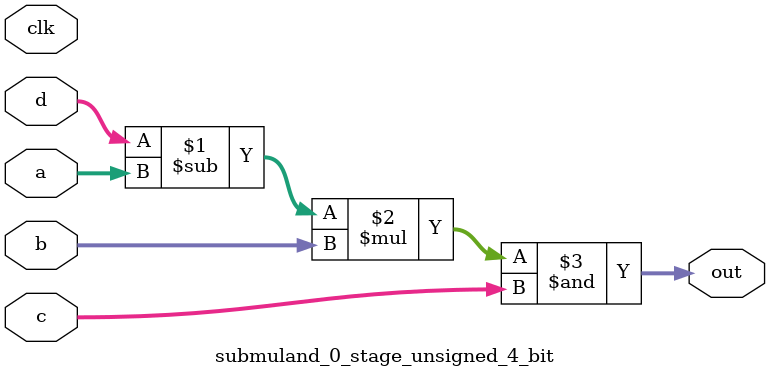
<source format=sv>
(* use_dsp = "yes" *) module submuland_0_stage_unsigned_4_bit(
	input  [3:0] a,
	input  [3:0] b,
	input  [3:0] c,
	input  [3:0] d,
	output [3:0] out,
	input clk);

	assign out = ((d - a) * b) & c;
endmodule

</source>
